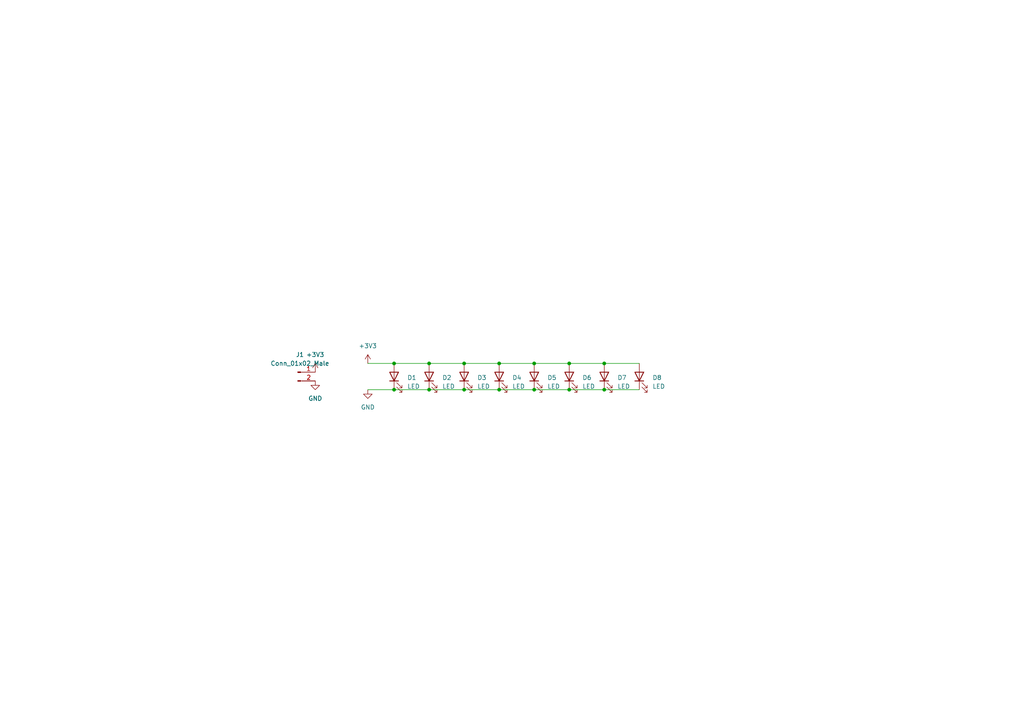
<source format=kicad_sch>
(kicad_sch (version 20211123) (generator eeschema)
  (paper "A4")
  (lib_symbols
    (symbol "Connector:Conn_01x02_Male" (pin_names (offset 1.016) hide)
      (property "Reference" "J" (at 0 2.54 0))
      (property "Value" "Conn_01x02_Male" (at 0 -5.08 0))
      (symbol "Conn_01x02_Male_1_1"
        (polyline (pts (xy 1.27 -2.54) (xy 0.8636 -2.54)) (stroke (width 0.1524)))
        (polyline (pts (xy 1.27 0) (xy 0.8636 0)) (stroke (width 0.1524)))
        (rectangle (start 0.8636 -2.413) (end 0 -2.667) (stroke (width 0.1524)) (fill (type outline)))
        (rectangle (start 0.8636 0.127) (end 0 -0.127) (stroke (width 0.1524)) (fill (type outline)))
        (pin passive line (at 5.08 0 180) (length 3.81) (name "Pin_1") (number "1"))
        (pin passive line (at 5.08 -2.54 180) (length 3.81) (name "Pin_2") (number "2"))
      )
    )
    (symbol "Device:LED" (pin_numbers hide) (pin_names (offset 1.016) hide)
      (property "Reference" "D" (at 0 2.54 0))
      (property "Value" "LED" (at 0 -2.54 0))
      (symbol "LED_0_1"
        (polyline (pts (xy -1.27 -1.27) (xy -1.27 1.27)) (stroke (width 0.254)))
        (polyline (pts (xy -1.27 0) (xy 1.27 0)))
        (polyline (pts (xy 1.27 -1.27) (xy 1.27 1.27) (xy -1.27 0) (xy 1.27 -1.27)) (stroke (width 0.254)))
        (polyline (pts (xy -3.048 -0.762) (xy -4.572 -2.286) (xy -3.81 -2.286) (xy -4.572 -2.286) (xy -4.572 -1.524)))
        (polyline (pts (xy -1.778 -0.762) (xy -3.302 -2.286) (xy -2.54 -2.286) (xy -3.302 -2.286) (xy -3.302 -1.524)))
      )
      (symbol "LED_1_1"
        (pin passive line (at -3.81 0 0) (length 2.54) (name "K") (number "1"))
        (pin passive line (at 3.81 0 180) (length 2.54) (name "A") (number "2"))
      )
    )
    (symbol "power:+3.3V" (power) (pin_names (offset 0))
      (property "Value" "+3.3V" (at 0 3.556 0))
      (symbol "+3.3V_0_1"
        (polyline (pts (xy -0.762 1.27) (xy 0 2.54)))
        (polyline (pts (xy 0 0) (xy 0 2.54)))
        (polyline (pts (xy 0 2.54) (xy 0.762 1.27)))
      )
      (symbol "+3.3V_1_1"
        (pin power_in line (at 0 0 90) (length 0) hide (name "+3V3") (number "1"))
      )
    )
    (symbol "power:GND" (power) (pin_names (offset 0))
      (property "Value" "GND" (at 0 -3.81 0))
      (symbol "GND_0_1"
        (polyline (pts (xy 0 0) (xy 0 -1.27) (xy 1.27 -1.27) (xy 0 -2.54) (xy -1.27 -1.27) (xy 0 -1.27)))
      )
      (symbol "GND_1_1"
        (pin power_in line (at 0 0 270) (length 0) hide (name "GND") (number "1"))
      )
    )
  )
  (junction (at 144.78 105.41))
  (junction (at 144.78 113.03))
  (junction (at 165.1 105.41))
  (junction (at 134.62 105.41))
  (junction (at 175.26 113.03))
  (junction (at 175.26 105.41))
  (junction (at 124.46 113.03))
  (junction (at 114.3 105.41))
  (junction (at 154.94 113.03))
  (junction (at 154.94 105.41))
  (junction (at 165.1 113.03))
  (junction (at 114.3 113.03))
  (junction (at 134.62 113.03))
  (junction (at 124.46 105.41))
  (wire (pts (xy 106.68 113.03) (xy 114.3 113.03)))
  (wire (pts (xy 144.78 105.41) (xy 154.94 105.41)))
  (wire (pts (xy 165.1 113.03) (xy 175.26 113.03)))
  (wire (pts (xy 114.3 113.03) (xy 124.46 113.03)))
  (wire (pts (xy 134.62 113.03) (xy 144.78 113.03)))
  (wire (pts (xy 144.78 113.03) (xy 154.94 113.03)))
  (wire (pts (xy 154.94 105.41) (xy 165.1 105.41)))
  (wire (pts (xy 175.26 113.03) (xy 185.42 113.03)))
  (wire (pts (xy 165.1 105.41) (xy 175.26 105.41)))
  (wire (pts (xy 124.46 105.41) (xy 134.62 105.41)))
  (wire (pts (xy 154.94 113.03) (xy 165.1 113.03)))
  (wire (pts (xy 106.68 105.41) (xy 114.3 105.41)))
  (wire (pts (xy 124.46 113.03) (xy 134.62 113.03)))
  (wire (pts (xy 134.62 105.41) (xy 144.78 105.41)))
  (wire (pts (xy 114.3 105.41) (xy 124.46 105.41)))
  (wire (pts (xy 175.26 105.41) (xy 185.42 105.41)))
  (symbol (lib_id "Device:LED") (at 114.3 109.22 90) (unit 1)
    (property "Reference" "D1" (at 118.11 109.5374 90) (effects (justify right)))
    (property "Value" "LED" (at 118.11 112.0774 90) (effects (justify right)))
    (property "Footprint" "Diode_SMD:D_1206_3216Metric_Pad1.42x1.75mm_HandSolder" (effects hide))
  )
  (symbol (lib_id "power:GND") (at 106.68 113.03 0) (unit 1)
    (property "Reference" "#PWR0101" (effects hide))
    (property "Value" "GND" (at 106.68 118.11 0))
  )
  (symbol (lib_id "power:GND") (at 91.44 110.49 0) (unit 1)
    (property "Reference" "#PWR02" (effects hide))
    (property "Value" "GND" (at 91.44 115.57 0))
  )
  (symbol (lib_id "Device:LED") (at 154.94 109.22 90) (unit 1)
    (property "Reference" "D5" (at 158.75 109.5374 90) (effects (justify right)))
    (property "Value" "LED" (at 158.75 112.0774 90) (effects (justify right)))
    (property "Footprint" "Diode_SMD:D_1206_3216Metric_Pad1.42x1.75mm_HandSolder" (effects hide))
  )
  (symbol (lib_id "Device:LED") (at 134.62 109.22 90) (unit 1)
    (property "Reference" "D3" (at 138.43 109.5374 90) (effects (justify right)))
    (property "Value" "LED" (at 138.43 112.0774 90) (effects (justify right)))
    (property "Footprint" "Diode_SMD:D_1206_3216Metric_Pad1.42x1.75mm_HandSolder" (effects hide))
  )
  (symbol (lib_id "power:+3.3V") (at 91.44 107.95 0) (unit 1)
    (property "Reference" "#PWR01" (effects hide))
    (property "Value" "+3.3V" (at 91.44 102.87 0))
  )
  (symbol (lib_id "Device:LED") (at 175.26 109.22 90) (unit 1)
    (property "Reference" "D7" (at 179.07 109.5374 90) (effects (justify right)))
    (property "Value" "LED" (at 179.07 112.0774 90) (effects (justify right)))
    (property "Footprint" "Diode_SMD:D_1206_3216Metric_Pad1.42x1.75mm_HandSolder" (effects hide))
  )
  (symbol (lib_id "Device:LED") (at 124.46 109.22 90) (unit 1)
    (property "Reference" "D2" (at 128.27 109.5374 90) (effects (justify right)))
    (property "Value" "LED" (at 128.27 112.0774 90) (effects (justify right)))
    (property "Footprint" "Diode_SMD:D_1206_3216Metric_Pad1.42x1.75mm_HandSolder" (effects hide))
  )
  (symbol (lib_id "Connector:Conn_01x02_Male") (at 86.36 107.95 0) (unit 1)
    (property "Reference" "J1" (at 86.995 102.87 0))
    (property "Value" "Conn_01x02_Male" (at 86.995 105.41 0))
    (property "Footprint" "Connector_PinHeader_2.54mm:PinHeader_1x02_P2.54mm_Vertical" (effects hide))
  )
  (symbol (lib_id "power:+3.3V") (at 106.68 105.41 0) (unit 1)
    (property "Reference" "#PWR0102" (effects hide))
    (property "Value" "+3.3V" (at 106.68 100.33 0))
  )
  (symbol (lib_id "Device:LED") (at 185.42 109.22 90) (unit 1)
    (property "Reference" "D8" (at 189.23 109.5374 90) (effects (justify right)))
    (property "Value" "LED" (at 189.23 112.0774 90) (effects (justify right)))
    (property "Footprint" "Diode_SMD:D_1206_3216Metric_Pad1.42x1.75mm_HandSolder" (effects hide))
  )
  (symbol (lib_id "Device:LED") (at 165.1 109.22 90) (unit 1)
    (property "Reference" "D6" (at 168.91 109.5374 90) (effects (justify right)))
    (property "Value" "LED" (at 168.91 112.0774 90) (effects (justify right)))
    (property "Footprint" "Diode_SMD:D_1206_3216Metric_Pad1.42x1.75mm_HandSolder" (effects hide))
  )
  (symbol (lib_id "Device:LED") (at 144.78 109.22 90) (unit 1)
    (property "Reference" "D4" (at 148.59 109.5374 90) (effects (justify right)))
    (property "Value" "LED" (at 148.59 112.0774 90) (effects (justify right)))
    (property "Footprint" "Diode_SMD:D_1206_3216Metric_Pad1.42x1.75mm_HandSolder" (effects hide))
  )
)
</source>
